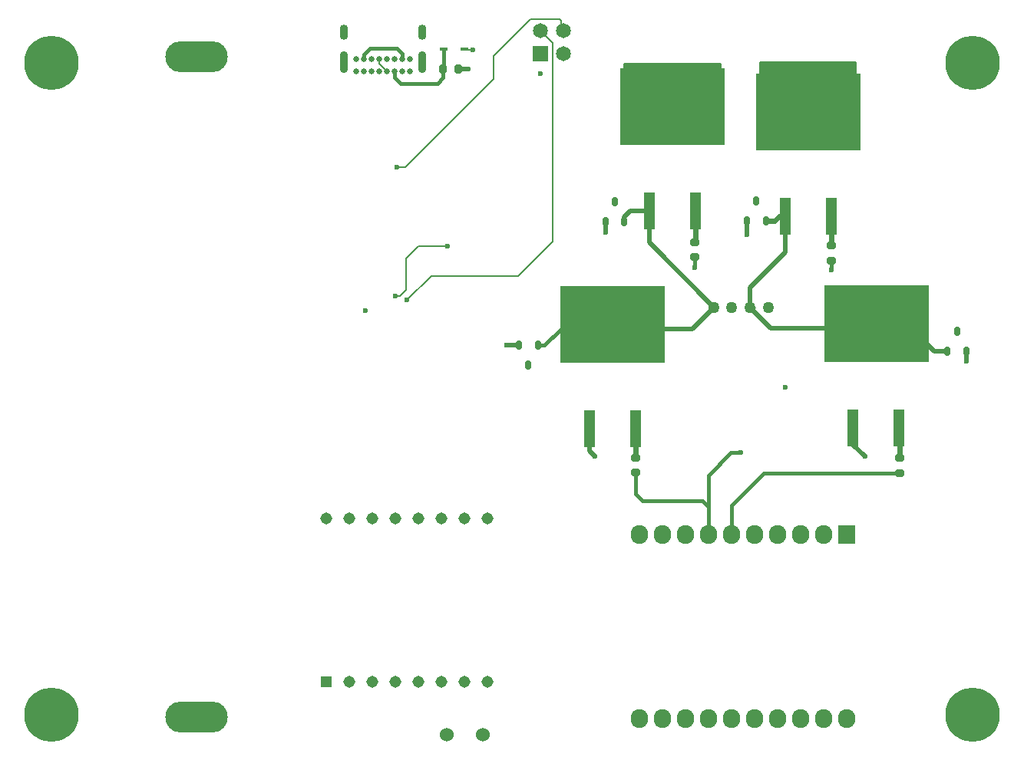
<source format=gbr>
%TF.GenerationSoftware,KiCad,Pcbnew,8.0.0*%
%TF.CreationDate,2025-02-07T11:41:03-03:30*%
%TF.ProjectId,H_Bridges,485f4272-6964-4676-9573-2e6b69636164,rev?*%
%TF.SameCoordinates,Original*%
%TF.FileFunction,Copper,L4,Bot*%
%TF.FilePolarity,Positive*%
%FSLAX46Y46*%
G04 Gerber Fmt 4.6, Leading zero omitted, Abs format (unit mm)*
G04 Created by KiCad (PCBNEW 8.0.0) date 2025-02-07 11:41:03*
%MOMM*%
%LPD*%
G01*
G04 APERTURE LIST*
G04 Aperture macros list*
%AMRoundRect*
0 Rectangle with rounded corners*
0 $1 Rounding radius*
0 $2 $3 $4 $5 $6 $7 $8 $9 X,Y pos of 4 corners*
0 Add a 4 corners polygon primitive as box body*
4,1,4,$2,$3,$4,$5,$6,$7,$8,$9,$2,$3,0*
0 Add four circle primitives for the rounded corners*
1,1,$1+$1,$2,$3*
1,1,$1+$1,$4,$5*
1,1,$1+$1,$6,$7*
1,1,$1+$1,$8,$9*
0 Add four rect primitives between the rounded corners*
20,1,$1+$1,$2,$3,$4,$5,0*
20,1,$1+$1,$4,$5,$6,$7,0*
20,1,$1+$1,$6,$7,$8,$9,0*
20,1,$1+$1,$8,$9,$2,$3,0*%
G04 Aperture macros list end*
%TA.AperFunction,Conductor*%
%ADD10C,0.200000*%
%TD*%
%TA.AperFunction,ComponentPad*%
%ADD11C,3.400000*%
%TD*%
%TA.AperFunction,ConnectorPad*%
%ADD12C,6.000000*%
%TD*%
%TA.AperFunction,ComponentPad*%
%ADD13O,6.880000X3.440000*%
%TD*%
%TA.AperFunction,ComponentPad*%
%ADD14C,0.650000*%
%TD*%
%TA.AperFunction,ComponentPad*%
%ADD15O,0.900000X1.700000*%
%TD*%
%TA.AperFunction,ComponentPad*%
%ADD16O,0.900000X2.400000*%
%TD*%
%TA.AperFunction,ComponentPad*%
%ADD17R,1.900000X2.100000*%
%TD*%
%TA.AperFunction,ComponentPad*%
%ADD18O,1.900000X2.100000*%
%TD*%
%TA.AperFunction,ComponentPad*%
%ADD19C,1.524000*%
%TD*%
%TA.AperFunction,ComponentPad*%
%ADD20R,1.308000X1.308000*%
%TD*%
%TA.AperFunction,ComponentPad*%
%ADD21C,1.308000*%
%TD*%
%TA.AperFunction,ComponentPad*%
%ADD22R,1.651000X1.651000*%
%TD*%
%TA.AperFunction,ComponentPad*%
%ADD23C,1.651000*%
%TD*%
%TA.AperFunction,SMDPad,CuDef*%
%ADD24RoundRect,0.150000X0.150000X-0.350000X0.150000X0.350000X-0.150000X0.350000X-0.150000X-0.350000X0*%
%TD*%
%TA.AperFunction,SMDPad,CuDef*%
%ADD25RoundRect,0.200000X0.275000X-0.200000X0.275000X0.200000X-0.275000X0.200000X-0.275000X-0.200000X0*%
%TD*%
%TA.AperFunction,SMDPad,CuDef*%
%ADD26RoundRect,0.200000X-0.200000X-0.275000X0.200000X-0.275000X0.200000X0.275000X-0.200000X0.275000X0*%
%TD*%
%TA.AperFunction,ComponentPad*%
%ADD27C,1.270000*%
%TD*%
%TA.AperFunction,SMDPad,CuDef*%
%ADD28R,0.812800X0.355600*%
%TD*%
%TA.AperFunction,SMDPad,CuDef*%
%ADD29R,1.244600X4.064000*%
%TD*%
%TA.AperFunction,SMDPad,CuDef*%
%ADD30R,11.531600X8.559800*%
%TD*%
%TA.AperFunction,SMDPad,CuDef*%
%ADD31RoundRect,0.150000X-0.150000X0.350000X-0.150000X-0.350000X0.150000X-0.350000X0.150000X0.350000X0*%
%TD*%
%TA.AperFunction,SMDPad,CuDef*%
%ADD32RoundRect,0.200000X-0.275000X0.200000X-0.275000X-0.200000X0.275000X-0.200000X0.275000X0.200000X0*%
%TD*%
%TA.AperFunction,ViaPad*%
%ADD33C,0.600000*%
%TD*%
%TA.AperFunction,Conductor*%
%ADD34C,0.400000*%
%TD*%
%TA.AperFunction,Conductor*%
%ADD35C,0.500000*%
%TD*%
%TA.AperFunction,Conductor*%
%ADD36C,0.600000*%
%TD*%
G04 APERTURE END LIST*
%TO.N,+5V*%
D10*
X163800000Y-52200000D02*
X174450000Y-52200000D01*
X174450000Y-56100000D01*
X163800000Y-56100000D01*
X163800000Y-52200000D01*
%TA.AperFunction,Conductor*%
G36*
X163800000Y-52200000D02*
G01*
X174450000Y-52200000D01*
X174450000Y-56100000D01*
X163800000Y-56100000D01*
X163800000Y-52200000D01*
G37*
%TD.AperFunction*%
X148875000Y-52300000D02*
X159525000Y-52300000D01*
X159525000Y-56450000D01*
X148875000Y-56450000D01*
X148875000Y-52300000D01*
%TA.AperFunction,Conductor*%
G36*
X148875000Y-52300000D02*
G01*
X159525000Y-52300000D01*
X159525000Y-56450000D01*
X148875000Y-56450000D01*
X148875000Y-52300000D01*
G37*
%TD.AperFunction*%
%TD*%
D11*
%TO.P,H4,1*%
%TO.N,unconnected-(H4-Pad1)*%
X187300000Y-124200000D03*
D12*
X187300000Y-124200000D03*
%TD*%
D11*
%TO.P,H1,1*%
%TO.N,unconnected-(H1-Pad1)*%
X187300000Y-52250000D03*
D12*
X187300000Y-52250000D03*
%TD*%
D11*
%TO.P,H3,1*%
%TO.N,unconnected-(H3-Pad1)*%
X85700000Y-124200000D03*
D12*
X85700000Y-124200000D03*
%TD*%
D13*
%TO.P,BT1,N*%
%TO.N,GND*%
X101700000Y-124450000D03*
%TO.P,BT1,P*%
%TO.N,Net-(D10-K)*%
X101700000Y-51550000D03*
%TD*%
D11*
%TO.P,H2,1*%
%TO.N,unconnected-(H2-Pad1)*%
X85700000Y-52250000D03*
D12*
X85700000Y-52250000D03*
%TD*%
D14*
%TO.P,J2,A1,GND*%
%TO.N,GND*%
X125225000Y-53180000D03*
%TO.P,J2,A4,VBUS*%
%TO.N,/Charger/VBUS*%
X124375000Y-53180000D03*
%TO.P,J2,A5,CC1*%
%TO.N,/Charger/CC1*%
X123525000Y-53180000D03*
%TO.P,J2,A6,DP1*%
%TO.N,/Charger/DP*%
X122675000Y-53180000D03*
%TO.P,J2,A7,DN1*%
%TO.N,/Charger/DN*%
X121825000Y-53180000D03*
%TO.P,J2,A8,SBU1*%
%TO.N,unconnected-(J2-SBU1-PadA8)*%
X120975000Y-53180000D03*
%TO.P,J2,A9,VBUS*%
%TO.N,/Charger/VBUS*%
X120125000Y-53180000D03*
%TO.P,J2,A12,GND*%
%TO.N,GND*%
X119275000Y-53180000D03*
%TO.P,J2,B1,GND*%
X119275000Y-51830000D03*
%TO.P,J2,B4,VBUS*%
%TO.N,/Charger/VBUS*%
X120125000Y-51830000D03*
%TO.P,J2,B5,CC2*%
%TO.N,/Charger/CC2*%
X120975000Y-51830000D03*
%TO.P,J2,B6,DP2*%
%TO.N,/Charger/DP*%
X121825000Y-51830000D03*
%TO.P,J2,B7,DN2*%
%TO.N,/Charger/DN*%
X122675000Y-51830000D03*
%TO.P,J2,B8,SBU2*%
%TO.N,unconnected-(J2-SBU2-PadB8)*%
X123525000Y-51830000D03*
%TO.P,J2,B9,VBUS*%
%TO.N,/Charger/VBUS*%
X124375000Y-51830000D03*
%TO.P,J2,B12,GND*%
%TO.N,GND*%
X125225000Y-51830000D03*
D15*
%TO.P,J2,S1,SHELL*%
X126575000Y-48820000D03*
%TO.P,J2,S2,SHELL*%
X117925000Y-48820000D03*
D16*
%TO.P,J2,S3,SHELL*%
X126575000Y-52200000D03*
%TO.P,J2,S4,SHELL*%
X117925000Y-52200000D03*
%TD*%
D17*
%TO.P,U1,1,RESET_5V*%
%TO.N,unconnected-(U1-RESET_5V-Pad1)*%
X173390000Y-104300000D03*
D18*
%TO.P,U1,2,ADC*%
%TO.N,unconnected-(U1-ADC-Pad2)*%
X170850000Y-104300000D03*
%TO.P,U1,3,CH_PD*%
%TO.N,unconnected-(U1-CH_PD-Pad3)*%
X168310000Y-104300000D03*
%TO.P,U1,4,GPIO16*%
%TO.N,/P2*%
X165770000Y-104300000D03*
%TO.P,U1,5,GPIO14*%
%TO.N,/P1*%
X163230000Y-104300000D03*
%TO.P,U1,6,GPIO12*%
%TO.N,/P3*%
X160690000Y-104300000D03*
%TO.P,U1,7,GPIO13*%
%TO.N,/P4*%
X158150000Y-104300000D03*
%TO.P,U1,8,VIN*%
%TO.N,unconnected-(U1-VIN-Pad8)*%
X155610000Y-104300000D03*
%TO.P,U1,9,VBAT*%
%TO.N,+5V*%
X153070000Y-104300000D03*
%TO.P,U1,10,GND*%
%TO.N,GND*%
X150530000Y-104300000D03*
%TO.P,U1,11,GND*%
X150530000Y-124620000D03*
%TO.P,U1,12,LDO_EN*%
%TO.N,unconnected-(U1-LDO_EN-Pad12)*%
X153070000Y-124620000D03*
%TO.P,U1,13,3.3V*%
%TO.N,+3V3*%
X155610000Y-124620000D03*
%TO.P,U1,14,GPIO15*%
%TO.N,unconnected-(U1-GPIO15-Pad14)*%
X158150000Y-124620000D03*
%TO.P,U1,15,GPIO2*%
%TO.N,unconnected-(U1-GPIO2-Pad15)*%
X160690000Y-124620000D03*
%TO.P,U1,16,GPIO0*%
%TO.N,unconnected-(U1-GPIO0-Pad16)*%
X163230000Y-124620000D03*
%TO.P,U1,17,GPIO4*%
%TO.N,unconnected-(U1-GPIO4-Pad17)*%
X165770000Y-124620000D03*
%TO.P,U1,18,GPIO5*%
%TO.N,unconnected-(U1-GPIO5-Pad18)*%
X168310000Y-124620000D03*
%TO.P,U1,19,RXD*%
%TO.N,/MP3_TX*%
X170850000Y-124620000D03*
%TO.P,U1,20,TXD*%
%TO.N,/MP3_RX*%
X173390000Y-124620000D03*
%TD*%
D19*
%TO.P,LS1,1,1*%
%TO.N,/SPK+*%
X129250000Y-126450000D03*
%TO.P,LS1,2,2*%
%TO.N,/SPK-*%
X133250000Y-126450000D03*
%TD*%
D20*
%TO.P,U4,1,VCC*%
%TO.N,+3V3*%
X116000000Y-120600000D03*
D21*
%TO.P,U4,2,RX*%
%TO.N,Net-(U4-RX)*%
X118540000Y-120600000D03*
%TO.P,U4,3,TX*%
%TO.N,Net-(U4-TX)*%
X121080000Y-120600000D03*
%TO.P,U4,4,DAC_R*%
%TO.N,unconnected-(U4-DAC_R-Pad4)*%
X123620000Y-120600000D03*
%TO.P,U4,5,DAC_L*%
%TO.N,unconnected-(U4-DAC_L-Pad5)*%
X126160000Y-120600000D03*
%TO.P,U4,6,SPK1*%
%TO.N,/SPK+*%
X128700000Y-120600000D03*
%TO.P,U4,7,GND*%
%TO.N,GND*%
X131240000Y-120600000D03*
%TO.P,U4,8,SPK2*%
%TO.N,/SPK-*%
X133780000Y-120600000D03*
%TO.P,U4,9,IO1*%
%TO.N,unconnected-(U4-IO1-Pad9)*%
X133780000Y-102566000D03*
%TO.P,U4,10,GND__1*%
%TO.N,GND*%
X131240000Y-102566000D03*
%TO.P,U4,11,IO2*%
%TO.N,unconnected-(U4-IO2-Pad11)*%
X128700000Y-102566000D03*
%TO.P,U4,12,ADKEY1*%
%TO.N,unconnected-(U4-ADKEY1-Pad12)*%
X126160000Y-102566000D03*
%TO.P,U4,13,ADKEY2*%
%TO.N,unconnected-(U4-ADKEY2-Pad13)*%
X123620000Y-102566000D03*
%TO.P,U4,14,USB+*%
%TO.N,unconnected-(U4-USB+-Pad14)*%
X121080000Y-102566000D03*
%TO.P,U4,15,USB-*%
%TO.N,unconnected-(U4-USB--Pad15)*%
X118540000Y-102566000D03*
%TO.P,U4,16,BUSY*%
%TO.N,unconnected-(U4-BUSY-Pad16)*%
X116000000Y-102566000D03*
%TD*%
D22*
%TO.P,LED1,1,1*%
%TO.N,GND*%
X139611000Y-51267200D03*
D23*
%TO.P,LED1,2,2*%
%TO.N,Net-(LED1-Pad2)*%
X142151000Y-51267200D03*
%TO.P,LED1,3,3*%
%TO.N,Net-(U2-\u002ACHG)*%
X139611000Y-48727200D03*
%TO.P,LED1,4,4*%
%TO.N,VDD*%
X142151000Y-48727200D03*
%TD*%
D24*
%TO.P,D9,1,A*%
%TO.N,GND*%
X186580000Y-84100000D03*
%TO.P,D9,2,C*%
%TO.N,/Coil_B-*%
X184520000Y-84100000D03*
%TO.P,D9,3*%
%TO.N,N/C*%
X185550000Y-81900000D03*
%TD*%
D25*
%TO.P,R6,1*%
%TO.N,/P4*%
X150100000Y-97475000D03*
%TO.P,R6,2*%
%TO.N,Net-(Q6-Pad1)*%
X150100000Y-95825000D03*
%TD*%
%TO.P,R5,1*%
%TO.N,/P3*%
X156650000Y-73675000D03*
%TO.P,R5,2*%
%TO.N,Net-(Q5-Pad1)*%
X156650000Y-72025000D03*
%TD*%
D26*
%TO.P,R13,1*%
%TO.N,/Charger/CC1*%
X128877600Y-52910000D03*
%TO.P,R13,2*%
%TO.N,GND*%
X130527600Y-52910000D03*
%TD*%
D27*
%TO.P,J1,1,1*%
%TO.N,/Coil_A+*%
X164735849Y-79223350D03*
%TO.P,J1,2,2*%
%TO.N,/Coil_B-*%
X162735850Y-79223350D03*
%TO.P,J1,3,3*%
%TO.N,/Coil_A-*%
X160735849Y-79223350D03*
%TO.P,J1,4,4*%
%TO.N,/Coil_B+*%
X158735851Y-79223350D03*
%TD*%
D25*
%TO.P,R8,1*%
%TO.N,/P3*%
X179250000Y-97537700D03*
%TO.P,R8,2*%
%TO.N,Net-(Q8-Pad1)*%
X179250000Y-95887700D03*
%TD*%
D28*
%TO.P,D13,1,K*%
%TO.N,/Charger/CC1*%
X128982400Y-50760000D03*
%TO.P,D13,2,A*%
%TO.N,GND*%
X131217600Y-50760000D03*
%TD*%
D29*
%TO.P,Q6,1*%
%TO.N,Net-(Q6-Pad1)*%
X150090000Y-92626200D03*
D30*
%TO.P,Q6,2*%
%TO.N,/Coil_B+*%
X147600800Y-81107300D03*
D29*
%TO.P,Q6,3*%
%TO.N,GND*%
X145010000Y-92626200D03*
%TD*%
D31*
%TO.P,D7,1,A*%
%TO.N,GND*%
X137270000Y-83400000D03*
%TO.P,D7,2,C*%
%TO.N,/Coil_B+*%
X139330000Y-83400000D03*
%TO.P,D7,3*%
%TO.N,N/C*%
X138300000Y-85600000D03*
%TD*%
D29*
%TO.P,Q8,1*%
%TO.N,Net-(Q8-Pad1)*%
X179190000Y-92574000D03*
D30*
%TO.P,Q8,2*%
%TO.N,/Coil_B-*%
X176700800Y-81055100D03*
D29*
%TO.P,Q8,3*%
%TO.N,GND*%
X174110000Y-92574000D03*
%TD*%
D24*
%TO.P,D8,1,A*%
%TO.N,/Coil_B-*%
X164470750Y-69710750D03*
%TO.P,D8,2,C*%
%TO.N,+5V*%
X162410750Y-69710750D03*
%TO.P,D8,3*%
%TO.N,N/C*%
X163440750Y-67510750D03*
%TD*%
D32*
%TO.P,R7,1*%
%TO.N,Net-(Q7-Pad1)*%
X171700000Y-72425000D03*
%TO.P,R7,2*%
%TO.N,/P4*%
X171700000Y-74075000D03*
%TD*%
D29*
%TO.P,Q5,1*%
%TO.N,Net-(Q5-Pad1)*%
X156680750Y-68591950D03*
D30*
%TO.P,Q5,2*%
%TO.N,+5V*%
X154191550Y-57073050D03*
D29*
%TO.P,Q5,3*%
%TO.N,/Coil_B+*%
X151600750Y-68591950D03*
%TD*%
%TO.P,Q7,1*%
%TO.N,Net-(Q7-Pad1)*%
X171690000Y-69174000D03*
D30*
%TO.P,Q7,2*%
%TO.N,+5V*%
X169200800Y-57655100D03*
D29*
%TO.P,Q7,3*%
%TO.N,/Coil_B-*%
X166610000Y-69174000D03*
%TD*%
D24*
%TO.P,D6,1,A*%
%TO.N,/Coil_B+*%
X148870750Y-69740750D03*
%TO.P,D6,2,C*%
%TO.N,+5V*%
X146810750Y-69740750D03*
%TO.P,D6,3*%
%TO.N,N/C*%
X147840750Y-67540750D03*
%TD*%
D33*
%TO.N,GND*%
X139600000Y-53450000D03*
X145600000Y-95650000D03*
X175400000Y-95700000D03*
X132180000Y-50790000D03*
X186600000Y-85200000D03*
X135930000Y-83400000D03*
X131627600Y-52910000D03*
%TO.N,Net-(D10-K)*%
X123600000Y-78000000D03*
X129350000Y-72450000D03*
%TO.N,VDD*%
X123800000Y-63750000D03*
%TO.N,+5V*%
X168392860Y-52800000D03*
X150950000Y-52800000D03*
X165964290Y-52800000D03*
X153378570Y-52800000D03*
X173250000Y-52800000D03*
X170821430Y-52800000D03*
X154592855Y-52800000D03*
X152164285Y-52800000D03*
X155807140Y-52800000D03*
X167178575Y-52800000D03*
X157021425Y-52800000D03*
X169607145Y-52800000D03*
X164750000Y-52800000D03*
X172035715Y-52800000D03*
X149735710Y-52800000D03*
X158235710Y-52800000D03*
X162400000Y-71200000D03*
X146800000Y-70950000D03*
%TO.N,Net-(Q10-S)*%
X120350000Y-79599999D03*
%TO.N,/P1*%
X166650000Y-88100000D03*
%TO.N,/P3*%
X156650000Y-74850000D03*
%TO.N,/P4*%
X171700000Y-75100000D03*
X161750000Y-95250000D03*
%TO.N,Net-(U2-\u002ACHG)*%
X124900000Y-78400000D03*
%TD*%
D34*
%TO.N,/Charger/VBUS*%
X120125000Y-51830000D02*
X120125000Y-51275000D01*
X123750000Y-50600000D02*
X124375000Y-51225000D01*
X124375000Y-51225000D02*
X124375000Y-51830000D01*
X120125000Y-51275000D02*
X120800000Y-50600000D01*
X120800000Y-50600000D02*
X123750000Y-50600000D01*
D35*
%TO.N,GND*%
X186580000Y-84100000D02*
X186580000Y-85180000D01*
X131627600Y-52910000D02*
X130527600Y-52910000D01*
X174110000Y-94410000D02*
X175400000Y-95700000D01*
D10*
X131247600Y-50790000D02*
X131217600Y-50760000D01*
D35*
X145010000Y-92626200D02*
X145010000Y-95060000D01*
X145010000Y-95060000D02*
X145600000Y-95650000D01*
D10*
X174110000Y-92574000D02*
X174110000Y-94410000D01*
X132180000Y-50790000D02*
X131247600Y-50790000D01*
X186580000Y-85180000D02*
X186600000Y-85200000D01*
D35*
X137270000Y-83400000D02*
X135930000Y-83400000D01*
D10*
%TO.N,Net-(D10-K)*%
X124800000Y-73800000D02*
X126150000Y-72450000D01*
X124150000Y-78000000D02*
X124800000Y-77350000D01*
X123600000Y-78000000D02*
X124150000Y-78000000D01*
X126150000Y-72450000D02*
X129350000Y-72450000D01*
X124800000Y-77350000D02*
X124800000Y-73800000D01*
%TO.N,VDD*%
X141900000Y-48476200D02*
X142151000Y-48727200D01*
X134450000Y-51500000D02*
X138550000Y-47400000D01*
X134450000Y-54000000D02*
X134450000Y-51500000D01*
X138550000Y-47400000D02*
X141750000Y-47400000D01*
X141750000Y-47400000D02*
X141900000Y-47550000D01*
X141900000Y-47550000D02*
X141900000Y-48476200D01*
X124700000Y-63750000D02*
X134450000Y-54000000D01*
X123800000Y-63750000D02*
X124700000Y-63750000D01*
%TO.N,+5V*%
X146810750Y-70939250D02*
X146800000Y-70950000D01*
D35*
X162410750Y-69710750D02*
X162410750Y-71189250D01*
D10*
X173250000Y-55131500D02*
X170840750Y-57540750D01*
D35*
X146810750Y-69740750D02*
X146810750Y-70939250D01*
D10*
X162410750Y-71189250D02*
X162400000Y-71200000D01*
D35*
%TO.N,/Coil_B+*%
X156369301Y-81589900D02*
X158735851Y-79223350D01*
X147550000Y-81589900D02*
X156369301Y-81589900D01*
X151600750Y-68591950D02*
X151600750Y-72088249D01*
X149558050Y-68591950D02*
X151600750Y-68591950D01*
D34*
X141860100Y-81589900D02*
X147550000Y-81589900D01*
X140050000Y-83400000D02*
X141860100Y-81589900D01*
D35*
X151600750Y-72088249D02*
X158735851Y-79223350D01*
X148870750Y-69279250D02*
X149558050Y-68591950D01*
D34*
X139330000Y-83400000D02*
X140050000Y-83400000D01*
D10*
X148870750Y-69740750D02*
X148870750Y-69279250D01*
D35*
%TO.N,/Coil_B-*%
X166610000Y-73140000D02*
X166610000Y-69174000D01*
D36*
X165439250Y-69710750D02*
X164470750Y-69710750D01*
D35*
X183050000Y-84100000D02*
X184520000Y-84100000D01*
D10*
X166610000Y-69174000D02*
X165976000Y-69174000D01*
X176650000Y-81537700D02*
X180487700Y-81537700D01*
D35*
X176650000Y-81537700D02*
X165050200Y-81537700D01*
X162735850Y-77014150D02*
X166610000Y-73140000D01*
D36*
X165976000Y-69174000D02*
X165439250Y-69710750D01*
D10*
X163326650Y-79223350D02*
X162735850Y-79223350D01*
D35*
X180487700Y-81537700D02*
X183050000Y-84100000D01*
D10*
X162750000Y-79209200D02*
X162735850Y-79223350D01*
D35*
X162735850Y-79223350D02*
X162735850Y-77014150D01*
X165050200Y-81537700D02*
X162735850Y-79223350D01*
D34*
%TO.N,/Charger/CC1*%
X128877600Y-52910000D02*
X128877600Y-53892400D01*
X124200000Y-54520000D02*
X128250000Y-54520000D01*
X123525000Y-53845000D02*
X124200000Y-54520000D01*
D10*
X128982400Y-52805200D02*
X128877600Y-52910000D01*
D34*
X128877600Y-53892400D02*
X128250000Y-54520000D01*
X128982400Y-50760000D02*
X128982400Y-52805200D01*
X123525000Y-53180000D02*
X123525000Y-53845000D01*
D10*
%TO.N,/Charger/DP*%
X122675000Y-53146116D02*
X122675000Y-53180000D01*
X121825000Y-51830000D02*
X121825000Y-52296116D01*
X121825000Y-52296116D02*
X122675000Y-53146116D01*
%TO.N,Net-(Q5-Pad1)*%
X156680750Y-71980750D02*
X156740750Y-72040750D01*
D36*
X156680750Y-68591950D02*
X156680750Y-71980750D01*
%TO.N,Net-(Q6-Pad1)*%
X150100000Y-95825000D02*
X150100000Y-92636200D01*
D10*
X150100000Y-92636200D02*
X150090000Y-92626200D01*
%TO.N,Net-(Q7-Pad1)*%
X171690000Y-72415000D02*
X171700000Y-72425000D01*
D36*
X171690000Y-69174000D02*
X171690000Y-72415000D01*
%TO.N,Net-(Q8-Pad1)*%
X179250000Y-95887700D02*
X179250000Y-92634000D01*
D10*
X179250000Y-92634000D02*
X179190000Y-92574000D01*
D34*
%TO.N,/P3*%
X164262300Y-97537700D02*
X160661200Y-101138800D01*
X156650000Y-73675000D02*
X156650000Y-74850000D01*
X179250000Y-97537700D02*
X164262300Y-97537700D01*
X160661200Y-101138800D02*
X160661200Y-104280000D01*
D10*
%TO.N,/P4*%
X158121200Y-101271200D02*
X158121200Y-104280000D01*
D34*
X157450000Y-100600000D02*
X158121200Y-101271200D01*
X171700000Y-74075000D02*
X171700000Y-74950000D01*
X150100000Y-97475000D02*
X150100000Y-99800000D01*
X158121200Y-97778800D02*
X158121200Y-104280000D01*
X161750000Y-95250000D02*
X160650000Y-95250000D01*
X150900000Y-100600000D02*
X157450000Y-100600000D01*
X150100000Y-99800000D02*
X150900000Y-100600000D01*
D10*
X171700000Y-74950000D02*
X171600000Y-75050000D01*
D34*
X160650000Y-95250000D02*
X158121200Y-97778800D01*
D10*
%TO.N,Net-(U2-\u002ACHG)*%
X124900000Y-78400000D02*
X127550000Y-75750000D01*
X140950000Y-71950000D02*
X140950000Y-50066200D01*
X127550000Y-75750000D02*
X137150000Y-75750000D01*
X137150000Y-75750000D02*
X140950000Y-71950000D01*
X140950000Y-50066200D02*
X139611000Y-48727200D01*
%TD*%
M02*

</source>
